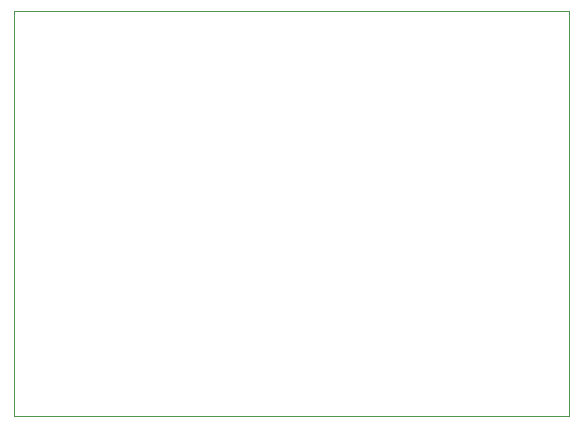
<source format=gbr>
G04 #@! TF.GenerationSoftware,KiCad,Pcbnew,(5.1.5)-2*
G04 #@! TF.CreationDate,2019-12-02T11:12:27+01:00*
G04 #@! TF.ProjectId,tutorial_1,7475746f-7269-4616-9c5f-312e6b696361,rev?*
G04 #@! TF.SameCoordinates,Original*
G04 #@! TF.FileFunction,Profile,NP*
%FSLAX46Y46*%
G04 Gerber Fmt 4.6, Leading zero omitted, Abs format (unit mm)*
G04 Created by KiCad (PCBNEW (5.1.5)-2) date 2019-12-02 11:12:27*
%MOMM*%
%LPD*%
G04 APERTURE LIST*
%ADD10C,0.050000*%
G04 APERTURE END LIST*
D10*
X115570000Y-127000000D02*
X115570000Y-92710000D01*
X162560000Y-127000000D02*
X115570000Y-127000000D01*
X162560000Y-92710000D02*
X162560000Y-127000000D01*
X115570000Y-92710000D02*
X162560000Y-92710000D01*
M02*

</source>
